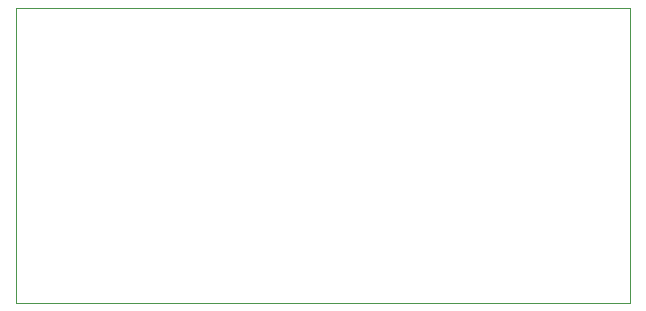
<source format=gbr>
%TF.GenerationSoftware,KiCad,Pcbnew,7.0.11+dfsg-1build4*%
%TF.CreationDate,2026-02-01T22:03:41-05:00*%
%TF.ProjectId,harmonicpercolator,6861726d-6f6e-4696-9370-6572636f6c61,rev?*%
%TF.SameCoordinates,Original*%
%TF.FileFunction,Profile,NP*%
%FSLAX46Y46*%
G04 Gerber Fmt 4.6, Leading zero omitted, Abs format (unit mm)*
G04 Created by KiCad (PCBNEW 7.0.11+dfsg-1build4) date 2026-02-01 22:03:41*
%MOMM*%
%LPD*%
G01*
G04 APERTURE LIST*
%TA.AperFunction,Profile*%
%ADD10C,0.100000*%
%TD*%
G04 APERTURE END LIST*
D10*
X100000000Y-100000000D02*
X152000000Y-100000000D01*
X152000000Y-124968000D02*
X100000000Y-124968000D01*
X100000000Y-100000000D02*
X100000000Y-124968000D01*
X152000000Y-124968000D02*
X152000000Y-100000000D01*
M02*

</source>
